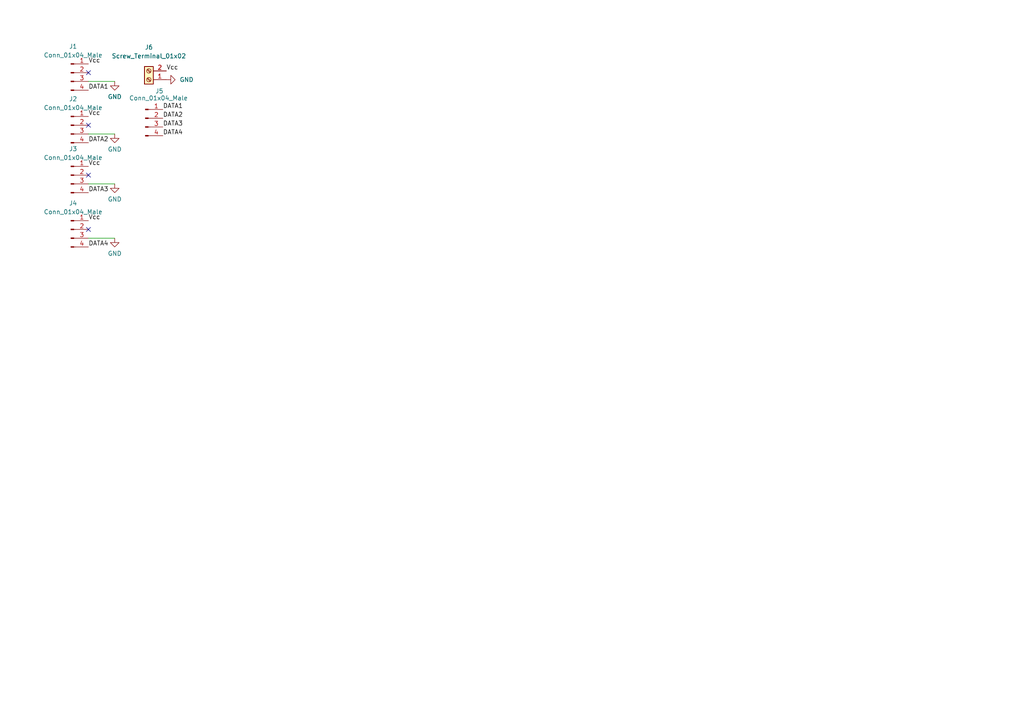
<source format=kicad_sch>
(kicad_sch (version 20211123) (generator eeschema)
  (paper "A4")
  (lib_symbols
    (symbol "Connector:Conn_01x04_Male" (pin_names (offset 1.016) hide)
      (property "Reference" "J" (at 0 5.08 0))
      (property "Value" "Conn_01x04_Male" (at 0 -7.62 0))
      (symbol "Conn_01x04_Male_1_1"
        (polyline (pts (xy 1.27 -5.08) (xy 0.8636 -5.08)) (stroke (width 0.1524)))
        (polyline (pts (xy 1.27 -2.54) (xy 0.8636 -2.54)) (stroke (width 0.1524)))
        (polyline (pts (xy 1.27 0) (xy 0.8636 0)) (stroke (width 0.1524)))
        (polyline (pts (xy 1.27 2.54) (xy 0.8636 2.54)) (stroke (width 0.1524)))
        (rectangle (start 0.8636 -4.953) (end 0 -5.207) (stroke (width 0.1524)) (fill (type outline)))
        (rectangle (start 0.8636 -2.413) (end 0 -2.667) (stroke (width 0.1524)) (fill (type outline)))
        (rectangle (start 0.8636 0.127) (end 0 -0.127) (stroke (width 0.1524)) (fill (type outline)))
        (rectangle (start 0.8636 2.667) (end 0 2.413) (stroke (width 0.1524)) (fill (type outline)))
        (pin passive line (at 5.08 2.54 180) (length 3.81) (name "Pin_1") (number "1"))
        (pin passive line (at 5.08 0 180) (length 3.81) (name "Pin_2") (number "2"))
        (pin passive line (at 5.08 -2.54 180) (length 3.81) (name "Pin_3") (number "3"))
        (pin passive line (at 5.08 -5.08 180) (length 3.81) (name "Pin_4") (number "4"))
      )
    )
    (symbol "Connector:Screw_Terminal_01x02" (pin_names (offset 1.016) hide)
      (property "Reference" "J" (at 0 2.54 0))
      (property "Value" "Screw_Terminal_01x02" (at 0 -5.08 0))
      (symbol "Screw_Terminal_01x02_1_1"
        (rectangle (start -1.27 1.27) (end 1.27 -3.81) (stroke (width 0.254)) (fill (type background)))
        (circle (center 0 -2.54) (radius 0.635) (stroke (width 0.1524)))
        (polyline (pts (xy -0.5334 -2.2098) (xy 0.3302 -3.048)) (stroke (width 0.1524)))
        (polyline (pts (xy -0.5334 0.3302) (xy 0.3302 -0.508)) (stroke (width 0.1524)))
        (polyline (pts (xy -0.3556 -2.032) (xy 0.508 -2.8702)) (stroke (width 0.1524)))
        (polyline (pts (xy -0.3556 0.508) (xy 0.508 -0.3302)) (stroke (width 0.1524)))
        (circle (center 0 0) (radius 0.635) (stroke (width 0.1524)))
        (pin passive line (at -5.08 0 0) (length 3.81) (name "Pin_1") (number "1"))
        (pin passive line (at -5.08 -2.54 0) (length 3.81) (name "Pin_2") (number "2"))
      )
    )
    (symbol "power:GND" (power) (pin_names (offset 0))
      (property "Value" "GND" (at 0 -3.81 0))
      (symbol "GND_0_1"
        (polyline (pts (xy 0 0) (xy 0 -1.27) (xy 1.27 -1.27) (xy 0 -2.54) (xy -1.27 -1.27) (xy 0 -1.27)))
      )
      (symbol "GND_1_1"
        (pin power_in line (at 0 0 270) (length 0) hide (name "GND") (number "1"))
      )
    )
  )
  (no_connect (at 25.654 50.8))
  (no_connect (at 25.654 66.548))
  (no_connect (at 25.654 36.322))
  (no_connect (at 25.654 21.082))
  (wire (pts (xy 33.274 23.622) (xy 25.654 23.622)))
  (wire (pts (xy 33.274 69.088) (xy 25.654 69.088)))
  (wire (pts (xy 33.274 53.34) (xy 25.654 53.34)))
  (wire (pts (xy 33.274 38.862) (xy 25.654 38.862)))
  (label "DATA4" (at 25.654 71.628 0))
  (label "Vcc" (at 25.654 64.008 0))
  (label "DATA4" (at 47.244 39.37 0))
  (label "DATA3" (at 47.244 36.83 0))
  (label "Vcc" (at 25.654 33.782 0))
  (label "DATA2" (at 47.244 34.29 0))
  (label "Vcc" (at 48.26 20.574 0))
  (label "DATA2" (at 25.654 41.402 0))
  (label "Vcc" (at 25.654 48.26 0))
  (label "DATA3" (at 25.654 55.88 0))
  (label "DATA1" (at 47.244 31.75 0))
  (label "Vcc" (at 25.654 18.542 0))
  (label "DATA1" (at 25.654 26.162 0))
  (symbol (lib_id "power:GND") (at 48.26 23.114 90) (unit 1)
    (property "Reference" "#PWR?" (effects hide))
    (property "Value" "GND" (at 52.07 23.1139 90) (effects (justify right)))
  )
  (symbol (lib_id "power:GND") (at 33.274 53.34 0) (unit 1)
    (property "Reference" "#PWR0104" (effects hide))
    (property "Value" "GND" (at 33.274 57.7834 0))
  )
  (symbol (lib_id "Connector:Conn_01x04_Male") (at 20.574 36.322 0) (unit 1)
    (property "Reference" "J2" (at 21.209 28.702 0))
    (property "Value" "Conn_01x04_Male" (at 21.209 31.242 0))
    (property "Footprint" "Connector_PinHeader_2.54mm:PinHeader_1x04_P2.54mm_Horizontal" (effects hide))
  )
  (symbol (lib_id "power:GND") (at 33.274 38.862 0) (unit 1)
    (property "Reference" "#PWR0101" (effects hide))
    (property "Value" "GND" (at 33.274 43.3054 0))
  )
  (symbol (lib_id "power:GND") (at 33.274 69.088 0) (unit 1)
    (property "Reference" "#PWR0103" (effects hide))
    (property "Value" "GND" (at 33.274 73.5314 0))
  )
  (symbol (lib_id "Connector:Conn_01x04_Male") (at 20.574 50.8 0) (unit 1)
    (property "Reference" "J3" (at 21.209 43.18 0))
    (property "Value" "Conn_01x04_Male" (at 21.209 45.72 0))
    (property "Footprint" "Connector_PinHeader_2.54mm:PinHeader_1x04_P2.54mm_Horizontal" (effects hide))
  )
  (symbol (lib_id "Connector:Conn_01x04_Male") (at 20.574 66.548 0) (unit 1)
    (property "Reference" "J4" (at 21.209 58.928 0))
    (property "Value" "Conn_01x04_Male" (at 21.209 61.468 0))
    (property "Footprint" "Connector_PinHeader_2.54mm:PinHeader_1x04_P2.54mm_Horizontal" (effects hide))
  )
  (symbol (lib_id "Connector:Conn_01x04_Male") (at 42.164 34.29 0) (unit 1)
    (property "Reference" "J5" (at 46.228 26.416 0))
    (property "Value" "Conn_01x04_Male" (at 45.974 28.448 0))
    (property "Footprint" "Connector_PinHeader_2.54mm:PinHeader_1x04_P2.54mm_Horizontal" (effects hide))
  )
  (symbol (lib_id "Connector:Screw_Terminal_01x02") (at 43.18 23.114 180) (unit 1)
    (property "Reference" "J6" (at 43.18 13.716 0))
    (property "Value" "Screw_Terminal_01x02" (at 43.18 16.256 0))
    (property "Footprint" "TerminalBlock:TerminalBlock_bornier-2_P5.08mm" (effects hide))
  )
  (symbol (lib_id "Connector:Conn_01x04_Male") (at 20.574 21.082 0) (unit 1)
    (property "Reference" "J1" (at 21.209 13.462 0))
    (property "Value" "Conn_01x04_Male" (at 21.209 16.002 0))
    (property "Footprint" "Connector_PinHeader_2.54mm:PinHeader_1x04_P2.54mm_Horizontal" (effects hide))
  )
  (symbol (lib_id "power:GND") (at 33.274 23.622 0) (unit 1)
    (property "Reference" "#PWR0102" (effects hide))
    (property "Value" "GND" (at 33.274 28.0654 0))
  )
)
</source>
